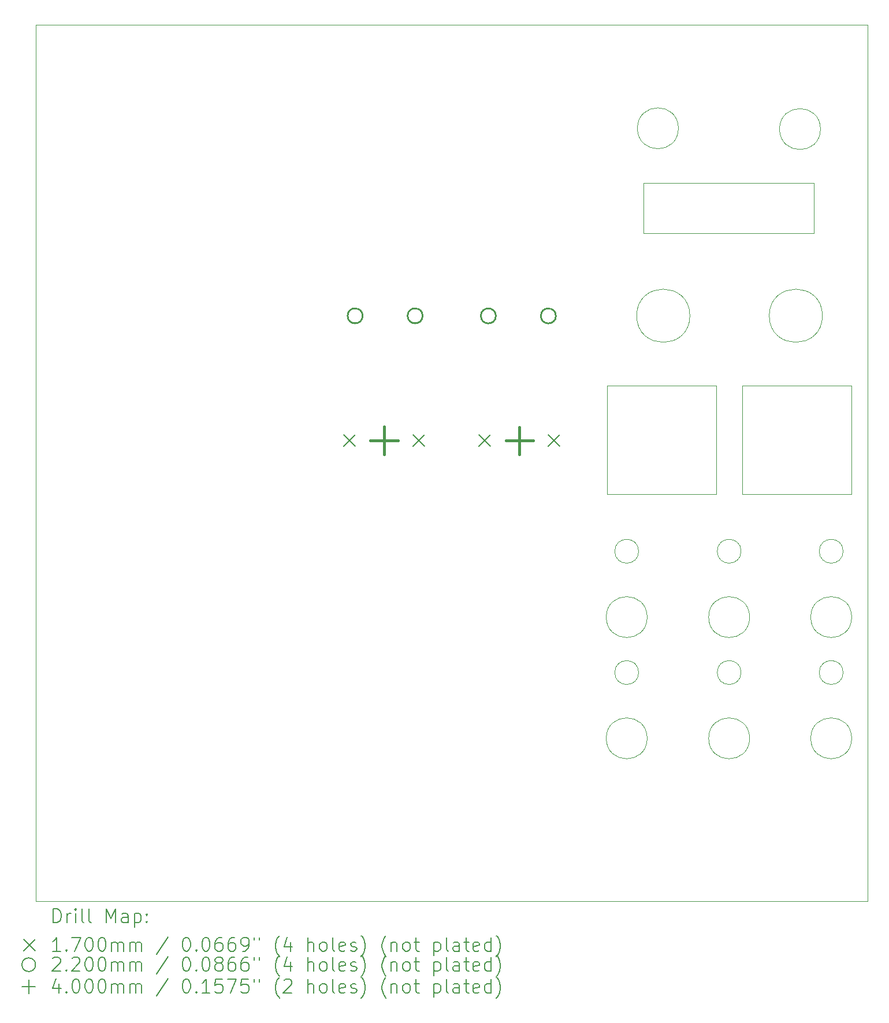
<source format=gbr>
%TF.GenerationSoftware,KiCad,Pcbnew,7.0.9*%
%TF.CreationDate,2023-11-28T17:00:07+01:00*%
%TF.ProjectId,euroPi-kicad,6575726f-5069-42d6-9b69-6361642e6b69,rev?*%
%TF.SameCoordinates,Original*%
%TF.FileFunction,Drillmap*%
%TF.FilePolarity,Positive*%
%FSLAX45Y45*%
G04 Gerber Fmt 4.5, Leading zero omitted, Abs format (unit mm)*
G04 Created by KiCad (PCBNEW 7.0.9) date 2023-11-28 17:00:07*
%MOMM*%
%LPD*%
G01*
G04 APERTURE LIST*
%ADD10C,0.100000*%
%ADD11C,0.200000*%
%ADD12C,0.170000*%
%ADD13C,0.220000*%
%ADD14C,0.400000*%
G04 APERTURE END LIST*
D10*
X16021580Y-11226800D02*
G75*
G03*
X16021580Y-11226800I-300000J0D01*
G01*
X14400520Y-12039600D02*
G75*
G03*
X14400520Y-12039600I-175000J0D01*
G01*
X12899380Y-10261080D02*
G75*
G03*
X12899380Y-10261080I-175000J0D01*
G01*
X13024380Y-13005080D02*
G75*
G03*
X13024380Y-13005080I-300000J0D01*
G01*
X14400520Y-10260800D02*
G75*
G03*
X14400520Y-10260800I-175000J0D01*
G01*
X14414500Y-7835900D02*
X16014700Y-7835900D01*
X16014700Y-9423400D01*
X14414500Y-9423400D01*
X14414500Y-7835900D01*
X13650320Y-6807200D02*
G75*
G03*
X13650320Y-6807200I-390000J0D01*
G01*
X15896580Y-10260800D02*
G75*
G03*
X15896580Y-10260800I-175000J0D01*
G01*
X12433300Y-7835900D02*
X14033500Y-7835900D01*
X14033500Y-9423400D01*
X12433300Y-9423400D01*
X12433300Y-7835900D01*
X15593420Y-6807200D02*
G75*
G03*
X15593420Y-6807200I-390000J0D01*
G01*
X14525520Y-11226800D02*
G75*
G03*
X14525520Y-11226800I-300000J0D01*
G01*
X13024380Y-11227080D02*
G75*
G03*
X13024380Y-11227080I-300000J0D01*
G01*
X16021580Y-13004800D02*
G75*
G03*
X16021580Y-13004800I-300000J0D01*
G01*
X15564380Y-4069600D02*
G75*
G03*
X15564380Y-4069600I-300000J0D01*
G01*
X14525520Y-13004800D02*
G75*
G03*
X14525520Y-13004800I-300000J0D01*
G01*
X13481580Y-4058400D02*
G75*
G03*
X13481580Y-4058400I-300000J0D01*
G01*
X15896580Y-12039600D02*
G75*
G03*
X15896580Y-12039600I-175000J0D01*
G01*
X12899380Y-12039880D02*
G75*
G03*
X12899380Y-12039880I-175000J0D01*
G01*
X12974320Y-4858600D02*
X15468600Y-4858600D01*
X15468600Y-5595200D01*
X12974320Y-5595200D01*
X12974320Y-4858600D01*
X4064000Y-2540000D02*
X16256000Y-2540000D01*
X16256000Y-15389860D01*
X4064000Y-15389860D01*
X4064000Y-2540000D01*
D11*
D12*
X8576400Y-8551000D02*
X8746400Y-8721000D01*
X8746400Y-8551000D02*
X8576400Y-8721000D01*
X9592400Y-8551000D02*
X9762400Y-8721000D01*
X9762400Y-8551000D02*
X9592400Y-8721000D01*
X10560140Y-8553540D02*
X10730140Y-8723540D01*
X10730140Y-8553540D02*
X10560140Y-8723540D01*
X11576140Y-8553540D02*
X11746140Y-8723540D01*
X11746140Y-8553540D02*
X11576140Y-8723540D01*
D13*
X8853265Y-6808700D02*
G75*
G03*
X8853265Y-6808700I-110000J0D01*
G01*
X9733265Y-6808700D02*
G75*
G03*
X9733265Y-6808700I-110000J0D01*
G01*
X10805940Y-6809740D02*
G75*
G03*
X10805940Y-6809740I-110000J0D01*
G01*
X11685940Y-6809740D02*
G75*
G03*
X11685940Y-6809740I-110000J0D01*
G01*
D14*
X9169400Y-8436000D02*
X9169400Y-8836000D01*
X8969400Y-8636000D02*
X9369400Y-8636000D01*
X11153140Y-8438540D02*
X11153140Y-8838540D01*
X10953140Y-8638540D02*
X11353140Y-8638540D01*
D11*
X4319777Y-15706344D02*
X4319777Y-15506344D01*
X4319777Y-15506344D02*
X4367396Y-15506344D01*
X4367396Y-15506344D02*
X4395967Y-15515868D01*
X4395967Y-15515868D02*
X4415015Y-15534915D01*
X4415015Y-15534915D02*
X4424539Y-15553963D01*
X4424539Y-15553963D02*
X4434063Y-15592058D01*
X4434063Y-15592058D02*
X4434063Y-15620629D01*
X4434063Y-15620629D02*
X4424539Y-15658725D01*
X4424539Y-15658725D02*
X4415015Y-15677772D01*
X4415015Y-15677772D02*
X4395967Y-15696820D01*
X4395967Y-15696820D02*
X4367396Y-15706344D01*
X4367396Y-15706344D02*
X4319777Y-15706344D01*
X4519777Y-15706344D02*
X4519777Y-15573010D01*
X4519777Y-15611106D02*
X4529301Y-15592058D01*
X4529301Y-15592058D02*
X4538824Y-15582534D01*
X4538824Y-15582534D02*
X4557872Y-15573010D01*
X4557872Y-15573010D02*
X4576920Y-15573010D01*
X4643586Y-15706344D02*
X4643586Y-15573010D01*
X4643586Y-15506344D02*
X4634063Y-15515868D01*
X4634063Y-15515868D02*
X4643586Y-15525391D01*
X4643586Y-15525391D02*
X4653110Y-15515868D01*
X4653110Y-15515868D02*
X4643586Y-15506344D01*
X4643586Y-15506344D02*
X4643586Y-15525391D01*
X4767396Y-15706344D02*
X4748348Y-15696820D01*
X4748348Y-15696820D02*
X4738824Y-15677772D01*
X4738824Y-15677772D02*
X4738824Y-15506344D01*
X4872158Y-15706344D02*
X4853110Y-15696820D01*
X4853110Y-15696820D02*
X4843586Y-15677772D01*
X4843586Y-15677772D02*
X4843586Y-15506344D01*
X5100729Y-15706344D02*
X5100729Y-15506344D01*
X5100729Y-15506344D02*
X5167396Y-15649201D01*
X5167396Y-15649201D02*
X5234063Y-15506344D01*
X5234063Y-15506344D02*
X5234063Y-15706344D01*
X5415015Y-15706344D02*
X5415015Y-15601582D01*
X5415015Y-15601582D02*
X5405491Y-15582534D01*
X5405491Y-15582534D02*
X5386444Y-15573010D01*
X5386444Y-15573010D02*
X5348348Y-15573010D01*
X5348348Y-15573010D02*
X5329301Y-15582534D01*
X5415015Y-15696820D02*
X5395967Y-15706344D01*
X5395967Y-15706344D02*
X5348348Y-15706344D01*
X5348348Y-15706344D02*
X5329301Y-15696820D01*
X5329301Y-15696820D02*
X5319777Y-15677772D01*
X5319777Y-15677772D02*
X5319777Y-15658725D01*
X5319777Y-15658725D02*
X5329301Y-15639677D01*
X5329301Y-15639677D02*
X5348348Y-15630153D01*
X5348348Y-15630153D02*
X5395967Y-15630153D01*
X5395967Y-15630153D02*
X5415015Y-15620629D01*
X5510253Y-15573010D02*
X5510253Y-15773010D01*
X5510253Y-15582534D02*
X5529301Y-15573010D01*
X5529301Y-15573010D02*
X5567396Y-15573010D01*
X5567396Y-15573010D02*
X5586444Y-15582534D01*
X5586444Y-15582534D02*
X5595967Y-15592058D01*
X5595967Y-15592058D02*
X5605491Y-15611106D01*
X5605491Y-15611106D02*
X5605491Y-15668248D01*
X5605491Y-15668248D02*
X5595967Y-15687296D01*
X5595967Y-15687296D02*
X5586444Y-15696820D01*
X5586444Y-15696820D02*
X5567396Y-15706344D01*
X5567396Y-15706344D02*
X5529301Y-15706344D01*
X5529301Y-15706344D02*
X5510253Y-15696820D01*
X5691205Y-15687296D02*
X5700729Y-15696820D01*
X5700729Y-15696820D02*
X5691205Y-15706344D01*
X5691205Y-15706344D02*
X5681682Y-15696820D01*
X5681682Y-15696820D02*
X5691205Y-15687296D01*
X5691205Y-15687296D02*
X5691205Y-15706344D01*
X5691205Y-15582534D02*
X5700729Y-15592058D01*
X5700729Y-15592058D02*
X5691205Y-15601582D01*
X5691205Y-15601582D02*
X5681682Y-15592058D01*
X5681682Y-15592058D02*
X5691205Y-15582534D01*
X5691205Y-15582534D02*
X5691205Y-15601582D01*
D12*
X3889000Y-15949860D02*
X4059000Y-16119860D01*
X4059000Y-15949860D02*
X3889000Y-16119860D01*
D11*
X4424539Y-16126344D02*
X4310253Y-16126344D01*
X4367396Y-16126344D02*
X4367396Y-15926344D01*
X4367396Y-15926344D02*
X4348348Y-15954915D01*
X4348348Y-15954915D02*
X4329301Y-15973963D01*
X4329301Y-15973963D02*
X4310253Y-15983487D01*
X4510253Y-16107296D02*
X4519777Y-16116820D01*
X4519777Y-16116820D02*
X4510253Y-16126344D01*
X4510253Y-16126344D02*
X4500729Y-16116820D01*
X4500729Y-16116820D02*
X4510253Y-16107296D01*
X4510253Y-16107296D02*
X4510253Y-16126344D01*
X4586444Y-15926344D02*
X4719777Y-15926344D01*
X4719777Y-15926344D02*
X4634063Y-16126344D01*
X4834063Y-15926344D02*
X4853110Y-15926344D01*
X4853110Y-15926344D02*
X4872158Y-15935868D01*
X4872158Y-15935868D02*
X4881682Y-15945391D01*
X4881682Y-15945391D02*
X4891205Y-15964439D01*
X4891205Y-15964439D02*
X4900729Y-16002534D01*
X4900729Y-16002534D02*
X4900729Y-16050153D01*
X4900729Y-16050153D02*
X4891205Y-16088248D01*
X4891205Y-16088248D02*
X4881682Y-16107296D01*
X4881682Y-16107296D02*
X4872158Y-16116820D01*
X4872158Y-16116820D02*
X4853110Y-16126344D01*
X4853110Y-16126344D02*
X4834063Y-16126344D01*
X4834063Y-16126344D02*
X4815015Y-16116820D01*
X4815015Y-16116820D02*
X4805491Y-16107296D01*
X4805491Y-16107296D02*
X4795967Y-16088248D01*
X4795967Y-16088248D02*
X4786444Y-16050153D01*
X4786444Y-16050153D02*
X4786444Y-16002534D01*
X4786444Y-16002534D02*
X4795967Y-15964439D01*
X4795967Y-15964439D02*
X4805491Y-15945391D01*
X4805491Y-15945391D02*
X4815015Y-15935868D01*
X4815015Y-15935868D02*
X4834063Y-15926344D01*
X5024539Y-15926344D02*
X5043586Y-15926344D01*
X5043586Y-15926344D02*
X5062634Y-15935868D01*
X5062634Y-15935868D02*
X5072158Y-15945391D01*
X5072158Y-15945391D02*
X5081682Y-15964439D01*
X5081682Y-15964439D02*
X5091205Y-16002534D01*
X5091205Y-16002534D02*
X5091205Y-16050153D01*
X5091205Y-16050153D02*
X5081682Y-16088248D01*
X5081682Y-16088248D02*
X5072158Y-16107296D01*
X5072158Y-16107296D02*
X5062634Y-16116820D01*
X5062634Y-16116820D02*
X5043586Y-16126344D01*
X5043586Y-16126344D02*
X5024539Y-16126344D01*
X5024539Y-16126344D02*
X5005491Y-16116820D01*
X5005491Y-16116820D02*
X4995967Y-16107296D01*
X4995967Y-16107296D02*
X4986444Y-16088248D01*
X4986444Y-16088248D02*
X4976920Y-16050153D01*
X4976920Y-16050153D02*
X4976920Y-16002534D01*
X4976920Y-16002534D02*
X4986444Y-15964439D01*
X4986444Y-15964439D02*
X4995967Y-15945391D01*
X4995967Y-15945391D02*
X5005491Y-15935868D01*
X5005491Y-15935868D02*
X5024539Y-15926344D01*
X5176920Y-16126344D02*
X5176920Y-15993010D01*
X5176920Y-16012058D02*
X5186444Y-16002534D01*
X5186444Y-16002534D02*
X5205491Y-15993010D01*
X5205491Y-15993010D02*
X5234063Y-15993010D01*
X5234063Y-15993010D02*
X5253110Y-16002534D01*
X5253110Y-16002534D02*
X5262634Y-16021582D01*
X5262634Y-16021582D02*
X5262634Y-16126344D01*
X5262634Y-16021582D02*
X5272158Y-16002534D01*
X5272158Y-16002534D02*
X5291205Y-15993010D01*
X5291205Y-15993010D02*
X5319777Y-15993010D01*
X5319777Y-15993010D02*
X5338825Y-16002534D01*
X5338825Y-16002534D02*
X5348348Y-16021582D01*
X5348348Y-16021582D02*
X5348348Y-16126344D01*
X5443586Y-16126344D02*
X5443586Y-15993010D01*
X5443586Y-16012058D02*
X5453110Y-16002534D01*
X5453110Y-16002534D02*
X5472158Y-15993010D01*
X5472158Y-15993010D02*
X5500729Y-15993010D01*
X5500729Y-15993010D02*
X5519777Y-16002534D01*
X5519777Y-16002534D02*
X5529301Y-16021582D01*
X5529301Y-16021582D02*
X5529301Y-16126344D01*
X5529301Y-16021582D02*
X5538825Y-16002534D01*
X5538825Y-16002534D02*
X5557872Y-15993010D01*
X5557872Y-15993010D02*
X5586444Y-15993010D01*
X5586444Y-15993010D02*
X5605491Y-16002534D01*
X5605491Y-16002534D02*
X5615015Y-16021582D01*
X5615015Y-16021582D02*
X5615015Y-16126344D01*
X6005491Y-15916820D02*
X5834063Y-16173963D01*
X6262634Y-15926344D02*
X6281682Y-15926344D01*
X6281682Y-15926344D02*
X6300729Y-15935868D01*
X6300729Y-15935868D02*
X6310253Y-15945391D01*
X6310253Y-15945391D02*
X6319777Y-15964439D01*
X6319777Y-15964439D02*
X6329301Y-16002534D01*
X6329301Y-16002534D02*
X6329301Y-16050153D01*
X6329301Y-16050153D02*
X6319777Y-16088248D01*
X6319777Y-16088248D02*
X6310253Y-16107296D01*
X6310253Y-16107296D02*
X6300729Y-16116820D01*
X6300729Y-16116820D02*
X6281682Y-16126344D01*
X6281682Y-16126344D02*
X6262634Y-16126344D01*
X6262634Y-16126344D02*
X6243586Y-16116820D01*
X6243586Y-16116820D02*
X6234063Y-16107296D01*
X6234063Y-16107296D02*
X6224539Y-16088248D01*
X6224539Y-16088248D02*
X6215015Y-16050153D01*
X6215015Y-16050153D02*
X6215015Y-16002534D01*
X6215015Y-16002534D02*
X6224539Y-15964439D01*
X6224539Y-15964439D02*
X6234063Y-15945391D01*
X6234063Y-15945391D02*
X6243586Y-15935868D01*
X6243586Y-15935868D02*
X6262634Y-15926344D01*
X6415015Y-16107296D02*
X6424539Y-16116820D01*
X6424539Y-16116820D02*
X6415015Y-16126344D01*
X6415015Y-16126344D02*
X6405491Y-16116820D01*
X6405491Y-16116820D02*
X6415015Y-16107296D01*
X6415015Y-16107296D02*
X6415015Y-16126344D01*
X6548348Y-15926344D02*
X6567396Y-15926344D01*
X6567396Y-15926344D02*
X6586444Y-15935868D01*
X6586444Y-15935868D02*
X6595967Y-15945391D01*
X6595967Y-15945391D02*
X6605491Y-15964439D01*
X6605491Y-15964439D02*
X6615015Y-16002534D01*
X6615015Y-16002534D02*
X6615015Y-16050153D01*
X6615015Y-16050153D02*
X6605491Y-16088248D01*
X6605491Y-16088248D02*
X6595967Y-16107296D01*
X6595967Y-16107296D02*
X6586444Y-16116820D01*
X6586444Y-16116820D02*
X6567396Y-16126344D01*
X6567396Y-16126344D02*
X6548348Y-16126344D01*
X6548348Y-16126344D02*
X6529301Y-16116820D01*
X6529301Y-16116820D02*
X6519777Y-16107296D01*
X6519777Y-16107296D02*
X6510253Y-16088248D01*
X6510253Y-16088248D02*
X6500729Y-16050153D01*
X6500729Y-16050153D02*
X6500729Y-16002534D01*
X6500729Y-16002534D02*
X6510253Y-15964439D01*
X6510253Y-15964439D02*
X6519777Y-15945391D01*
X6519777Y-15945391D02*
X6529301Y-15935868D01*
X6529301Y-15935868D02*
X6548348Y-15926344D01*
X6786444Y-15926344D02*
X6748348Y-15926344D01*
X6748348Y-15926344D02*
X6729301Y-15935868D01*
X6729301Y-15935868D02*
X6719777Y-15945391D01*
X6719777Y-15945391D02*
X6700729Y-15973963D01*
X6700729Y-15973963D02*
X6691206Y-16012058D01*
X6691206Y-16012058D02*
X6691206Y-16088248D01*
X6691206Y-16088248D02*
X6700729Y-16107296D01*
X6700729Y-16107296D02*
X6710253Y-16116820D01*
X6710253Y-16116820D02*
X6729301Y-16126344D01*
X6729301Y-16126344D02*
X6767396Y-16126344D01*
X6767396Y-16126344D02*
X6786444Y-16116820D01*
X6786444Y-16116820D02*
X6795967Y-16107296D01*
X6795967Y-16107296D02*
X6805491Y-16088248D01*
X6805491Y-16088248D02*
X6805491Y-16040629D01*
X6805491Y-16040629D02*
X6795967Y-16021582D01*
X6795967Y-16021582D02*
X6786444Y-16012058D01*
X6786444Y-16012058D02*
X6767396Y-16002534D01*
X6767396Y-16002534D02*
X6729301Y-16002534D01*
X6729301Y-16002534D02*
X6710253Y-16012058D01*
X6710253Y-16012058D02*
X6700729Y-16021582D01*
X6700729Y-16021582D02*
X6691206Y-16040629D01*
X6976920Y-15926344D02*
X6938825Y-15926344D01*
X6938825Y-15926344D02*
X6919777Y-15935868D01*
X6919777Y-15935868D02*
X6910253Y-15945391D01*
X6910253Y-15945391D02*
X6891206Y-15973963D01*
X6891206Y-15973963D02*
X6881682Y-16012058D01*
X6881682Y-16012058D02*
X6881682Y-16088248D01*
X6881682Y-16088248D02*
X6891206Y-16107296D01*
X6891206Y-16107296D02*
X6900729Y-16116820D01*
X6900729Y-16116820D02*
X6919777Y-16126344D01*
X6919777Y-16126344D02*
X6957872Y-16126344D01*
X6957872Y-16126344D02*
X6976920Y-16116820D01*
X6976920Y-16116820D02*
X6986444Y-16107296D01*
X6986444Y-16107296D02*
X6995967Y-16088248D01*
X6995967Y-16088248D02*
X6995967Y-16040629D01*
X6995967Y-16040629D02*
X6986444Y-16021582D01*
X6986444Y-16021582D02*
X6976920Y-16012058D01*
X6976920Y-16012058D02*
X6957872Y-16002534D01*
X6957872Y-16002534D02*
X6919777Y-16002534D01*
X6919777Y-16002534D02*
X6900729Y-16012058D01*
X6900729Y-16012058D02*
X6891206Y-16021582D01*
X6891206Y-16021582D02*
X6881682Y-16040629D01*
X7091206Y-16126344D02*
X7129301Y-16126344D01*
X7129301Y-16126344D02*
X7148348Y-16116820D01*
X7148348Y-16116820D02*
X7157872Y-16107296D01*
X7157872Y-16107296D02*
X7176920Y-16078725D01*
X7176920Y-16078725D02*
X7186444Y-16040629D01*
X7186444Y-16040629D02*
X7186444Y-15964439D01*
X7186444Y-15964439D02*
X7176920Y-15945391D01*
X7176920Y-15945391D02*
X7167396Y-15935868D01*
X7167396Y-15935868D02*
X7148348Y-15926344D01*
X7148348Y-15926344D02*
X7110253Y-15926344D01*
X7110253Y-15926344D02*
X7091206Y-15935868D01*
X7091206Y-15935868D02*
X7081682Y-15945391D01*
X7081682Y-15945391D02*
X7072158Y-15964439D01*
X7072158Y-15964439D02*
X7072158Y-16012058D01*
X7072158Y-16012058D02*
X7081682Y-16031106D01*
X7081682Y-16031106D02*
X7091206Y-16040629D01*
X7091206Y-16040629D02*
X7110253Y-16050153D01*
X7110253Y-16050153D02*
X7148348Y-16050153D01*
X7148348Y-16050153D02*
X7167396Y-16040629D01*
X7167396Y-16040629D02*
X7176920Y-16031106D01*
X7176920Y-16031106D02*
X7186444Y-16012058D01*
X7262634Y-15926344D02*
X7262634Y-15964439D01*
X7338825Y-15926344D02*
X7338825Y-15964439D01*
X7634063Y-16202534D02*
X7624539Y-16193010D01*
X7624539Y-16193010D02*
X7605491Y-16164439D01*
X7605491Y-16164439D02*
X7595968Y-16145391D01*
X7595968Y-16145391D02*
X7586444Y-16116820D01*
X7586444Y-16116820D02*
X7576920Y-16069201D01*
X7576920Y-16069201D02*
X7576920Y-16031106D01*
X7576920Y-16031106D02*
X7586444Y-15983487D01*
X7586444Y-15983487D02*
X7595968Y-15954915D01*
X7595968Y-15954915D02*
X7605491Y-15935868D01*
X7605491Y-15935868D02*
X7624539Y-15907296D01*
X7624539Y-15907296D02*
X7634063Y-15897772D01*
X7795968Y-15993010D02*
X7795968Y-16126344D01*
X7748348Y-15916820D02*
X7700729Y-16059677D01*
X7700729Y-16059677D02*
X7824539Y-16059677D01*
X8053110Y-16126344D02*
X8053110Y-15926344D01*
X8138825Y-16126344D02*
X8138825Y-16021582D01*
X8138825Y-16021582D02*
X8129301Y-16002534D01*
X8129301Y-16002534D02*
X8110253Y-15993010D01*
X8110253Y-15993010D02*
X8081682Y-15993010D01*
X8081682Y-15993010D02*
X8062634Y-16002534D01*
X8062634Y-16002534D02*
X8053110Y-16012058D01*
X8262634Y-16126344D02*
X8243587Y-16116820D01*
X8243587Y-16116820D02*
X8234063Y-16107296D01*
X8234063Y-16107296D02*
X8224539Y-16088248D01*
X8224539Y-16088248D02*
X8224539Y-16031106D01*
X8224539Y-16031106D02*
X8234063Y-16012058D01*
X8234063Y-16012058D02*
X8243587Y-16002534D01*
X8243587Y-16002534D02*
X8262634Y-15993010D01*
X8262634Y-15993010D02*
X8291206Y-15993010D01*
X8291206Y-15993010D02*
X8310253Y-16002534D01*
X8310253Y-16002534D02*
X8319777Y-16012058D01*
X8319777Y-16012058D02*
X8329301Y-16031106D01*
X8329301Y-16031106D02*
X8329301Y-16088248D01*
X8329301Y-16088248D02*
X8319777Y-16107296D01*
X8319777Y-16107296D02*
X8310253Y-16116820D01*
X8310253Y-16116820D02*
X8291206Y-16126344D01*
X8291206Y-16126344D02*
X8262634Y-16126344D01*
X8443587Y-16126344D02*
X8424539Y-16116820D01*
X8424539Y-16116820D02*
X8415015Y-16097772D01*
X8415015Y-16097772D02*
X8415015Y-15926344D01*
X8595968Y-16116820D02*
X8576920Y-16126344D01*
X8576920Y-16126344D02*
X8538825Y-16126344D01*
X8538825Y-16126344D02*
X8519777Y-16116820D01*
X8519777Y-16116820D02*
X8510253Y-16097772D01*
X8510253Y-16097772D02*
X8510253Y-16021582D01*
X8510253Y-16021582D02*
X8519777Y-16002534D01*
X8519777Y-16002534D02*
X8538825Y-15993010D01*
X8538825Y-15993010D02*
X8576920Y-15993010D01*
X8576920Y-15993010D02*
X8595968Y-16002534D01*
X8595968Y-16002534D02*
X8605492Y-16021582D01*
X8605492Y-16021582D02*
X8605492Y-16040629D01*
X8605492Y-16040629D02*
X8510253Y-16059677D01*
X8681682Y-16116820D02*
X8700730Y-16126344D01*
X8700730Y-16126344D02*
X8738825Y-16126344D01*
X8738825Y-16126344D02*
X8757873Y-16116820D01*
X8757873Y-16116820D02*
X8767396Y-16097772D01*
X8767396Y-16097772D02*
X8767396Y-16088248D01*
X8767396Y-16088248D02*
X8757873Y-16069201D01*
X8757873Y-16069201D02*
X8738825Y-16059677D01*
X8738825Y-16059677D02*
X8710253Y-16059677D01*
X8710253Y-16059677D02*
X8691206Y-16050153D01*
X8691206Y-16050153D02*
X8681682Y-16031106D01*
X8681682Y-16031106D02*
X8681682Y-16021582D01*
X8681682Y-16021582D02*
X8691206Y-16002534D01*
X8691206Y-16002534D02*
X8710253Y-15993010D01*
X8710253Y-15993010D02*
X8738825Y-15993010D01*
X8738825Y-15993010D02*
X8757873Y-16002534D01*
X8834063Y-16202534D02*
X8843587Y-16193010D01*
X8843587Y-16193010D02*
X8862634Y-16164439D01*
X8862634Y-16164439D02*
X8872158Y-16145391D01*
X8872158Y-16145391D02*
X8881682Y-16116820D01*
X8881682Y-16116820D02*
X8891206Y-16069201D01*
X8891206Y-16069201D02*
X8891206Y-16031106D01*
X8891206Y-16031106D02*
X8881682Y-15983487D01*
X8881682Y-15983487D02*
X8872158Y-15954915D01*
X8872158Y-15954915D02*
X8862634Y-15935868D01*
X8862634Y-15935868D02*
X8843587Y-15907296D01*
X8843587Y-15907296D02*
X8834063Y-15897772D01*
X9195968Y-16202534D02*
X9186444Y-16193010D01*
X9186444Y-16193010D02*
X9167396Y-16164439D01*
X9167396Y-16164439D02*
X9157873Y-16145391D01*
X9157873Y-16145391D02*
X9148349Y-16116820D01*
X9148349Y-16116820D02*
X9138825Y-16069201D01*
X9138825Y-16069201D02*
X9138825Y-16031106D01*
X9138825Y-16031106D02*
X9148349Y-15983487D01*
X9148349Y-15983487D02*
X9157873Y-15954915D01*
X9157873Y-15954915D02*
X9167396Y-15935868D01*
X9167396Y-15935868D02*
X9186444Y-15907296D01*
X9186444Y-15907296D02*
X9195968Y-15897772D01*
X9272158Y-15993010D02*
X9272158Y-16126344D01*
X9272158Y-16012058D02*
X9281682Y-16002534D01*
X9281682Y-16002534D02*
X9300730Y-15993010D01*
X9300730Y-15993010D02*
X9329301Y-15993010D01*
X9329301Y-15993010D02*
X9348349Y-16002534D01*
X9348349Y-16002534D02*
X9357873Y-16021582D01*
X9357873Y-16021582D02*
X9357873Y-16126344D01*
X9481682Y-16126344D02*
X9462634Y-16116820D01*
X9462634Y-16116820D02*
X9453111Y-16107296D01*
X9453111Y-16107296D02*
X9443587Y-16088248D01*
X9443587Y-16088248D02*
X9443587Y-16031106D01*
X9443587Y-16031106D02*
X9453111Y-16012058D01*
X9453111Y-16012058D02*
X9462634Y-16002534D01*
X9462634Y-16002534D02*
X9481682Y-15993010D01*
X9481682Y-15993010D02*
X9510254Y-15993010D01*
X9510254Y-15993010D02*
X9529301Y-16002534D01*
X9529301Y-16002534D02*
X9538825Y-16012058D01*
X9538825Y-16012058D02*
X9548349Y-16031106D01*
X9548349Y-16031106D02*
X9548349Y-16088248D01*
X9548349Y-16088248D02*
X9538825Y-16107296D01*
X9538825Y-16107296D02*
X9529301Y-16116820D01*
X9529301Y-16116820D02*
X9510254Y-16126344D01*
X9510254Y-16126344D02*
X9481682Y-16126344D01*
X9605492Y-15993010D02*
X9681682Y-15993010D01*
X9634063Y-15926344D02*
X9634063Y-16097772D01*
X9634063Y-16097772D02*
X9643587Y-16116820D01*
X9643587Y-16116820D02*
X9662634Y-16126344D01*
X9662634Y-16126344D02*
X9681682Y-16126344D01*
X9900730Y-15993010D02*
X9900730Y-16193010D01*
X9900730Y-16002534D02*
X9919777Y-15993010D01*
X9919777Y-15993010D02*
X9957873Y-15993010D01*
X9957873Y-15993010D02*
X9976920Y-16002534D01*
X9976920Y-16002534D02*
X9986444Y-16012058D01*
X9986444Y-16012058D02*
X9995968Y-16031106D01*
X9995968Y-16031106D02*
X9995968Y-16088248D01*
X9995968Y-16088248D02*
X9986444Y-16107296D01*
X9986444Y-16107296D02*
X9976920Y-16116820D01*
X9976920Y-16116820D02*
X9957873Y-16126344D01*
X9957873Y-16126344D02*
X9919777Y-16126344D01*
X9919777Y-16126344D02*
X9900730Y-16116820D01*
X10110254Y-16126344D02*
X10091206Y-16116820D01*
X10091206Y-16116820D02*
X10081682Y-16097772D01*
X10081682Y-16097772D02*
X10081682Y-15926344D01*
X10272158Y-16126344D02*
X10272158Y-16021582D01*
X10272158Y-16021582D02*
X10262635Y-16002534D01*
X10262635Y-16002534D02*
X10243587Y-15993010D01*
X10243587Y-15993010D02*
X10205492Y-15993010D01*
X10205492Y-15993010D02*
X10186444Y-16002534D01*
X10272158Y-16116820D02*
X10253111Y-16126344D01*
X10253111Y-16126344D02*
X10205492Y-16126344D01*
X10205492Y-16126344D02*
X10186444Y-16116820D01*
X10186444Y-16116820D02*
X10176920Y-16097772D01*
X10176920Y-16097772D02*
X10176920Y-16078725D01*
X10176920Y-16078725D02*
X10186444Y-16059677D01*
X10186444Y-16059677D02*
X10205492Y-16050153D01*
X10205492Y-16050153D02*
X10253111Y-16050153D01*
X10253111Y-16050153D02*
X10272158Y-16040629D01*
X10338825Y-15993010D02*
X10415015Y-15993010D01*
X10367396Y-15926344D02*
X10367396Y-16097772D01*
X10367396Y-16097772D02*
X10376920Y-16116820D01*
X10376920Y-16116820D02*
X10395968Y-16126344D01*
X10395968Y-16126344D02*
X10415015Y-16126344D01*
X10557873Y-16116820D02*
X10538825Y-16126344D01*
X10538825Y-16126344D02*
X10500730Y-16126344D01*
X10500730Y-16126344D02*
X10481682Y-16116820D01*
X10481682Y-16116820D02*
X10472158Y-16097772D01*
X10472158Y-16097772D02*
X10472158Y-16021582D01*
X10472158Y-16021582D02*
X10481682Y-16002534D01*
X10481682Y-16002534D02*
X10500730Y-15993010D01*
X10500730Y-15993010D02*
X10538825Y-15993010D01*
X10538825Y-15993010D02*
X10557873Y-16002534D01*
X10557873Y-16002534D02*
X10567396Y-16021582D01*
X10567396Y-16021582D02*
X10567396Y-16040629D01*
X10567396Y-16040629D02*
X10472158Y-16059677D01*
X10738825Y-16126344D02*
X10738825Y-15926344D01*
X10738825Y-16116820D02*
X10719777Y-16126344D01*
X10719777Y-16126344D02*
X10681682Y-16126344D01*
X10681682Y-16126344D02*
X10662635Y-16116820D01*
X10662635Y-16116820D02*
X10653111Y-16107296D01*
X10653111Y-16107296D02*
X10643587Y-16088248D01*
X10643587Y-16088248D02*
X10643587Y-16031106D01*
X10643587Y-16031106D02*
X10653111Y-16012058D01*
X10653111Y-16012058D02*
X10662635Y-16002534D01*
X10662635Y-16002534D02*
X10681682Y-15993010D01*
X10681682Y-15993010D02*
X10719777Y-15993010D01*
X10719777Y-15993010D02*
X10738825Y-16002534D01*
X10815016Y-16202534D02*
X10824539Y-16193010D01*
X10824539Y-16193010D02*
X10843587Y-16164439D01*
X10843587Y-16164439D02*
X10853111Y-16145391D01*
X10853111Y-16145391D02*
X10862635Y-16116820D01*
X10862635Y-16116820D02*
X10872158Y-16069201D01*
X10872158Y-16069201D02*
X10872158Y-16031106D01*
X10872158Y-16031106D02*
X10862635Y-15983487D01*
X10862635Y-15983487D02*
X10853111Y-15954915D01*
X10853111Y-15954915D02*
X10843587Y-15935868D01*
X10843587Y-15935868D02*
X10824539Y-15907296D01*
X10824539Y-15907296D02*
X10815016Y-15897772D01*
X4059000Y-16324860D02*
G75*
G03*
X4059000Y-16324860I-100000J0D01*
G01*
X4310253Y-16235391D02*
X4319777Y-16225868D01*
X4319777Y-16225868D02*
X4338824Y-16216344D01*
X4338824Y-16216344D02*
X4386444Y-16216344D01*
X4386444Y-16216344D02*
X4405491Y-16225868D01*
X4405491Y-16225868D02*
X4415015Y-16235391D01*
X4415015Y-16235391D02*
X4424539Y-16254439D01*
X4424539Y-16254439D02*
X4424539Y-16273487D01*
X4424539Y-16273487D02*
X4415015Y-16302058D01*
X4415015Y-16302058D02*
X4300729Y-16416344D01*
X4300729Y-16416344D02*
X4424539Y-16416344D01*
X4510253Y-16397296D02*
X4519777Y-16406820D01*
X4519777Y-16406820D02*
X4510253Y-16416344D01*
X4510253Y-16416344D02*
X4500729Y-16406820D01*
X4500729Y-16406820D02*
X4510253Y-16397296D01*
X4510253Y-16397296D02*
X4510253Y-16416344D01*
X4595967Y-16235391D02*
X4605491Y-16225868D01*
X4605491Y-16225868D02*
X4624539Y-16216344D01*
X4624539Y-16216344D02*
X4672158Y-16216344D01*
X4672158Y-16216344D02*
X4691205Y-16225868D01*
X4691205Y-16225868D02*
X4700729Y-16235391D01*
X4700729Y-16235391D02*
X4710253Y-16254439D01*
X4710253Y-16254439D02*
X4710253Y-16273487D01*
X4710253Y-16273487D02*
X4700729Y-16302058D01*
X4700729Y-16302058D02*
X4586444Y-16416344D01*
X4586444Y-16416344D02*
X4710253Y-16416344D01*
X4834063Y-16216344D02*
X4853110Y-16216344D01*
X4853110Y-16216344D02*
X4872158Y-16225868D01*
X4872158Y-16225868D02*
X4881682Y-16235391D01*
X4881682Y-16235391D02*
X4891205Y-16254439D01*
X4891205Y-16254439D02*
X4900729Y-16292534D01*
X4900729Y-16292534D02*
X4900729Y-16340153D01*
X4900729Y-16340153D02*
X4891205Y-16378248D01*
X4891205Y-16378248D02*
X4881682Y-16397296D01*
X4881682Y-16397296D02*
X4872158Y-16406820D01*
X4872158Y-16406820D02*
X4853110Y-16416344D01*
X4853110Y-16416344D02*
X4834063Y-16416344D01*
X4834063Y-16416344D02*
X4815015Y-16406820D01*
X4815015Y-16406820D02*
X4805491Y-16397296D01*
X4805491Y-16397296D02*
X4795967Y-16378248D01*
X4795967Y-16378248D02*
X4786444Y-16340153D01*
X4786444Y-16340153D02*
X4786444Y-16292534D01*
X4786444Y-16292534D02*
X4795967Y-16254439D01*
X4795967Y-16254439D02*
X4805491Y-16235391D01*
X4805491Y-16235391D02*
X4815015Y-16225868D01*
X4815015Y-16225868D02*
X4834063Y-16216344D01*
X5024539Y-16216344D02*
X5043586Y-16216344D01*
X5043586Y-16216344D02*
X5062634Y-16225868D01*
X5062634Y-16225868D02*
X5072158Y-16235391D01*
X5072158Y-16235391D02*
X5081682Y-16254439D01*
X5081682Y-16254439D02*
X5091205Y-16292534D01*
X5091205Y-16292534D02*
X5091205Y-16340153D01*
X5091205Y-16340153D02*
X5081682Y-16378248D01*
X5081682Y-16378248D02*
X5072158Y-16397296D01*
X5072158Y-16397296D02*
X5062634Y-16406820D01*
X5062634Y-16406820D02*
X5043586Y-16416344D01*
X5043586Y-16416344D02*
X5024539Y-16416344D01*
X5024539Y-16416344D02*
X5005491Y-16406820D01*
X5005491Y-16406820D02*
X4995967Y-16397296D01*
X4995967Y-16397296D02*
X4986444Y-16378248D01*
X4986444Y-16378248D02*
X4976920Y-16340153D01*
X4976920Y-16340153D02*
X4976920Y-16292534D01*
X4976920Y-16292534D02*
X4986444Y-16254439D01*
X4986444Y-16254439D02*
X4995967Y-16235391D01*
X4995967Y-16235391D02*
X5005491Y-16225868D01*
X5005491Y-16225868D02*
X5024539Y-16216344D01*
X5176920Y-16416344D02*
X5176920Y-16283010D01*
X5176920Y-16302058D02*
X5186444Y-16292534D01*
X5186444Y-16292534D02*
X5205491Y-16283010D01*
X5205491Y-16283010D02*
X5234063Y-16283010D01*
X5234063Y-16283010D02*
X5253110Y-16292534D01*
X5253110Y-16292534D02*
X5262634Y-16311582D01*
X5262634Y-16311582D02*
X5262634Y-16416344D01*
X5262634Y-16311582D02*
X5272158Y-16292534D01*
X5272158Y-16292534D02*
X5291205Y-16283010D01*
X5291205Y-16283010D02*
X5319777Y-16283010D01*
X5319777Y-16283010D02*
X5338825Y-16292534D01*
X5338825Y-16292534D02*
X5348348Y-16311582D01*
X5348348Y-16311582D02*
X5348348Y-16416344D01*
X5443586Y-16416344D02*
X5443586Y-16283010D01*
X5443586Y-16302058D02*
X5453110Y-16292534D01*
X5453110Y-16292534D02*
X5472158Y-16283010D01*
X5472158Y-16283010D02*
X5500729Y-16283010D01*
X5500729Y-16283010D02*
X5519777Y-16292534D01*
X5519777Y-16292534D02*
X5529301Y-16311582D01*
X5529301Y-16311582D02*
X5529301Y-16416344D01*
X5529301Y-16311582D02*
X5538825Y-16292534D01*
X5538825Y-16292534D02*
X5557872Y-16283010D01*
X5557872Y-16283010D02*
X5586444Y-16283010D01*
X5586444Y-16283010D02*
X5605491Y-16292534D01*
X5605491Y-16292534D02*
X5615015Y-16311582D01*
X5615015Y-16311582D02*
X5615015Y-16416344D01*
X6005491Y-16206820D02*
X5834063Y-16463963D01*
X6262634Y-16216344D02*
X6281682Y-16216344D01*
X6281682Y-16216344D02*
X6300729Y-16225868D01*
X6300729Y-16225868D02*
X6310253Y-16235391D01*
X6310253Y-16235391D02*
X6319777Y-16254439D01*
X6319777Y-16254439D02*
X6329301Y-16292534D01*
X6329301Y-16292534D02*
X6329301Y-16340153D01*
X6329301Y-16340153D02*
X6319777Y-16378248D01*
X6319777Y-16378248D02*
X6310253Y-16397296D01*
X6310253Y-16397296D02*
X6300729Y-16406820D01*
X6300729Y-16406820D02*
X6281682Y-16416344D01*
X6281682Y-16416344D02*
X6262634Y-16416344D01*
X6262634Y-16416344D02*
X6243586Y-16406820D01*
X6243586Y-16406820D02*
X6234063Y-16397296D01*
X6234063Y-16397296D02*
X6224539Y-16378248D01*
X6224539Y-16378248D02*
X6215015Y-16340153D01*
X6215015Y-16340153D02*
X6215015Y-16292534D01*
X6215015Y-16292534D02*
X6224539Y-16254439D01*
X6224539Y-16254439D02*
X6234063Y-16235391D01*
X6234063Y-16235391D02*
X6243586Y-16225868D01*
X6243586Y-16225868D02*
X6262634Y-16216344D01*
X6415015Y-16397296D02*
X6424539Y-16406820D01*
X6424539Y-16406820D02*
X6415015Y-16416344D01*
X6415015Y-16416344D02*
X6405491Y-16406820D01*
X6405491Y-16406820D02*
X6415015Y-16397296D01*
X6415015Y-16397296D02*
X6415015Y-16416344D01*
X6548348Y-16216344D02*
X6567396Y-16216344D01*
X6567396Y-16216344D02*
X6586444Y-16225868D01*
X6586444Y-16225868D02*
X6595967Y-16235391D01*
X6595967Y-16235391D02*
X6605491Y-16254439D01*
X6605491Y-16254439D02*
X6615015Y-16292534D01*
X6615015Y-16292534D02*
X6615015Y-16340153D01*
X6615015Y-16340153D02*
X6605491Y-16378248D01*
X6605491Y-16378248D02*
X6595967Y-16397296D01*
X6595967Y-16397296D02*
X6586444Y-16406820D01*
X6586444Y-16406820D02*
X6567396Y-16416344D01*
X6567396Y-16416344D02*
X6548348Y-16416344D01*
X6548348Y-16416344D02*
X6529301Y-16406820D01*
X6529301Y-16406820D02*
X6519777Y-16397296D01*
X6519777Y-16397296D02*
X6510253Y-16378248D01*
X6510253Y-16378248D02*
X6500729Y-16340153D01*
X6500729Y-16340153D02*
X6500729Y-16292534D01*
X6500729Y-16292534D02*
X6510253Y-16254439D01*
X6510253Y-16254439D02*
X6519777Y-16235391D01*
X6519777Y-16235391D02*
X6529301Y-16225868D01*
X6529301Y-16225868D02*
X6548348Y-16216344D01*
X6729301Y-16302058D02*
X6710253Y-16292534D01*
X6710253Y-16292534D02*
X6700729Y-16283010D01*
X6700729Y-16283010D02*
X6691206Y-16263963D01*
X6691206Y-16263963D02*
X6691206Y-16254439D01*
X6691206Y-16254439D02*
X6700729Y-16235391D01*
X6700729Y-16235391D02*
X6710253Y-16225868D01*
X6710253Y-16225868D02*
X6729301Y-16216344D01*
X6729301Y-16216344D02*
X6767396Y-16216344D01*
X6767396Y-16216344D02*
X6786444Y-16225868D01*
X6786444Y-16225868D02*
X6795967Y-16235391D01*
X6795967Y-16235391D02*
X6805491Y-16254439D01*
X6805491Y-16254439D02*
X6805491Y-16263963D01*
X6805491Y-16263963D02*
X6795967Y-16283010D01*
X6795967Y-16283010D02*
X6786444Y-16292534D01*
X6786444Y-16292534D02*
X6767396Y-16302058D01*
X6767396Y-16302058D02*
X6729301Y-16302058D01*
X6729301Y-16302058D02*
X6710253Y-16311582D01*
X6710253Y-16311582D02*
X6700729Y-16321106D01*
X6700729Y-16321106D02*
X6691206Y-16340153D01*
X6691206Y-16340153D02*
X6691206Y-16378248D01*
X6691206Y-16378248D02*
X6700729Y-16397296D01*
X6700729Y-16397296D02*
X6710253Y-16406820D01*
X6710253Y-16406820D02*
X6729301Y-16416344D01*
X6729301Y-16416344D02*
X6767396Y-16416344D01*
X6767396Y-16416344D02*
X6786444Y-16406820D01*
X6786444Y-16406820D02*
X6795967Y-16397296D01*
X6795967Y-16397296D02*
X6805491Y-16378248D01*
X6805491Y-16378248D02*
X6805491Y-16340153D01*
X6805491Y-16340153D02*
X6795967Y-16321106D01*
X6795967Y-16321106D02*
X6786444Y-16311582D01*
X6786444Y-16311582D02*
X6767396Y-16302058D01*
X6976920Y-16216344D02*
X6938825Y-16216344D01*
X6938825Y-16216344D02*
X6919777Y-16225868D01*
X6919777Y-16225868D02*
X6910253Y-16235391D01*
X6910253Y-16235391D02*
X6891206Y-16263963D01*
X6891206Y-16263963D02*
X6881682Y-16302058D01*
X6881682Y-16302058D02*
X6881682Y-16378248D01*
X6881682Y-16378248D02*
X6891206Y-16397296D01*
X6891206Y-16397296D02*
X6900729Y-16406820D01*
X6900729Y-16406820D02*
X6919777Y-16416344D01*
X6919777Y-16416344D02*
X6957872Y-16416344D01*
X6957872Y-16416344D02*
X6976920Y-16406820D01*
X6976920Y-16406820D02*
X6986444Y-16397296D01*
X6986444Y-16397296D02*
X6995967Y-16378248D01*
X6995967Y-16378248D02*
X6995967Y-16330629D01*
X6995967Y-16330629D02*
X6986444Y-16311582D01*
X6986444Y-16311582D02*
X6976920Y-16302058D01*
X6976920Y-16302058D02*
X6957872Y-16292534D01*
X6957872Y-16292534D02*
X6919777Y-16292534D01*
X6919777Y-16292534D02*
X6900729Y-16302058D01*
X6900729Y-16302058D02*
X6891206Y-16311582D01*
X6891206Y-16311582D02*
X6881682Y-16330629D01*
X7167396Y-16216344D02*
X7129301Y-16216344D01*
X7129301Y-16216344D02*
X7110253Y-16225868D01*
X7110253Y-16225868D02*
X7100729Y-16235391D01*
X7100729Y-16235391D02*
X7081682Y-16263963D01*
X7081682Y-16263963D02*
X7072158Y-16302058D01*
X7072158Y-16302058D02*
X7072158Y-16378248D01*
X7072158Y-16378248D02*
X7081682Y-16397296D01*
X7081682Y-16397296D02*
X7091206Y-16406820D01*
X7091206Y-16406820D02*
X7110253Y-16416344D01*
X7110253Y-16416344D02*
X7148348Y-16416344D01*
X7148348Y-16416344D02*
X7167396Y-16406820D01*
X7167396Y-16406820D02*
X7176920Y-16397296D01*
X7176920Y-16397296D02*
X7186444Y-16378248D01*
X7186444Y-16378248D02*
X7186444Y-16330629D01*
X7186444Y-16330629D02*
X7176920Y-16311582D01*
X7176920Y-16311582D02*
X7167396Y-16302058D01*
X7167396Y-16302058D02*
X7148348Y-16292534D01*
X7148348Y-16292534D02*
X7110253Y-16292534D01*
X7110253Y-16292534D02*
X7091206Y-16302058D01*
X7091206Y-16302058D02*
X7081682Y-16311582D01*
X7081682Y-16311582D02*
X7072158Y-16330629D01*
X7262634Y-16216344D02*
X7262634Y-16254439D01*
X7338825Y-16216344D02*
X7338825Y-16254439D01*
X7634063Y-16492534D02*
X7624539Y-16483010D01*
X7624539Y-16483010D02*
X7605491Y-16454439D01*
X7605491Y-16454439D02*
X7595968Y-16435391D01*
X7595968Y-16435391D02*
X7586444Y-16406820D01*
X7586444Y-16406820D02*
X7576920Y-16359201D01*
X7576920Y-16359201D02*
X7576920Y-16321106D01*
X7576920Y-16321106D02*
X7586444Y-16273487D01*
X7586444Y-16273487D02*
X7595968Y-16244915D01*
X7595968Y-16244915D02*
X7605491Y-16225868D01*
X7605491Y-16225868D02*
X7624539Y-16197296D01*
X7624539Y-16197296D02*
X7634063Y-16187772D01*
X7795968Y-16283010D02*
X7795968Y-16416344D01*
X7748348Y-16206820D02*
X7700729Y-16349677D01*
X7700729Y-16349677D02*
X7824539Y-16349677D01*
X8053110Y-16416344D02*
X8053110Y-16216344D01*
X8138825Y-16416344D02*
X8138825Y-16311582D01*
X8138825Y-16311582D02*
X8129301Y-16292534D01*
X8129301Y-16292534D02*
X8110253Y-16283010D01*
X8110253Y-16283010D02*
X8081682Y-16283010D01*
X8081682Y-16283010D02*
X8062634Y-16292534D01*
X8062634Y-16292534D02*
X8053110Y-16302058D01*
X8262634Y-16416344D02*
X8243587Y-16406820D01*
X8243587Y-16406820D02*
X8234063Y-16397296D01*
X8234063Y-16397296D02*
X8224539Y-16378248D01*
X8224539Y-16378248D02*
X8224539Y-16321106D01*
X8224539Y-16321106D02*
X8234063Y-16302058D01*
X8234063Y-16302058D02*
X8243587Y-16292534D01*
X8243587Y-16292534D02*
X8262634Y-16283010D01*
X8262634Y-16283010D02*
X8291206Y-16283010D01*
X8291206Y-16283010D02*
X8310253Y-16292534D01*
X8310253Y-16292534D02*
X8319777Y-16302058D01*
X8319777Y-16302058D02*
X8329301Y-16321106D01*
X8329301Y-16321106D02*
X8329301Y-16378248D01*
X8329301Y-16378248D02*
X8319777Y-16397296D01*
X8319777Y-16397296D02*
X8310253Y-16406820D01*
X8310253Y-16406820D02*
X8291206Y-16416344D01*
X8291206Y-16416344D02*
X8262634Y-16416344D01*
X8443587Y-16416344D02*
X8424539Y-16406820D01*
X8424539Y-16406820D02*
X8415015Y-16387772D01*
X8415015Y-16387772D02*
X8415015Y-16216344D01*
X8595968Y-16406820D02*
X8576920Y-16416344D01*
X8576920Y-16416344D02*
X8538825Y-16416344D01*
X8538825Y-16416344D02*
X8519777Y-16406820D01*
X8519777Y-16406820D02*
X8510253Y-16387772D01*
X8510253Y-16387772D02*
X8510253Y-16311582D01*
X8510253Y-16311582D02*
X8519777Y-16292534D01*
X8519777Y-16292534D02*
X8538825Y-16283010D01*
X8538825Y-16283010D02*
X8576920Y-16283010D01*
X8576920Y-16283010D02*
X8595968Y-16292534D01*
X8595968Y-16292534D02*
X8605492Y-16311582D01*
X8605492Y-16311582D02*
X8605492Y-16330629D01*
X8605492Y-16330629D02*
X8510253Y-16349677D01*
X8681682Y-16406820D02*
X8700730Y-16416344D01*
X8700730Y-16416344D02*
X8738825Y-16416344D01*
X8738825Y-16416344D02*
X8757873Y-16406820D01*
X8757873Y-16406820D02*
X8767396Y-16387772D01*
X8767396Y-16387772D02*
X8767396Y-16378248D01*
X8767396Y-16378248D02*
X8757873Y-16359201D01*
X8757873Y-16359201D02*
X8738825Y-16349677D01*
X8738825Y-16349677D02*
X8710253Y-16349677D01*
X8710253Y-16349677D02*
X8691206Y-16340153D01*
X8691206Y-16340153D02*
X8681682Y-16321106D01*
X8681682Y-16321106D02*
X8681682Y-16311582D01*
X8681682Y-16311582D02*
X8691206Y-16292534D01*
X8691206Y-16292534D02*
X8710253Y-16283010D01*
X8710253Y-16283010D02*
X8738825Y-16283010D01*
X8738825Y-16283010D02*
X8757873Y-16292534D01*
X8834063Y-16492534D02*
X8843587Y-16483010D01*
X8843587Y-16483010D02*
X8862634Y-16454439D01*
X8862634Y-16454439D02*
X8872158Y-16435391D01*
X8872158Y-16435391D02*
X8881682Y-16406820D01*
X8881682Y-16406820D02*
X8891206Y-16359201D01*
X8891206Y-16359201D02*
X8891206Y-16321106D01*
X8891206Y-16321106D02*
X8881682Y-16273487D01*
X8881682Y-16273487D02*
X8872158Y-16244915D01*
X8872158Y-16244915D02*
X8862634Y-16225868D01*
X8862634Y-16225868D02*
X8843587Y-16197296D01*
X8843587Y-16197296D02*
X8834063Y-16187772D01*
X9195968Y-16492534D02*
X9186444Y-16483010D01*
X9186444Y-16483010D02*
X9167396Y-16454439D01*
X9167396Y-16454439D02*
X9157873Y-16435391D01*
X9157873Y-16435391D02*
X9148349Y-16406820D01*
X9148349Y-16406820D02*
X9138825Y-16359201D01*
X9138825Y-16359201D02*
X9138825Y-16321106D01*
X9138825Y-16321106D02*
X9148349Y-16273487D01*
X9148349Y-16273487D02*
X9157873Y-16244915D01*
X9157873Y-16244915D02*
X9167396Y-16225868D01*
X9167396Y-16225868D02*
X9186444Y-16197296D01*
X9186444Y-16197296D02*
X9195968Y-16187772D01*
X9272158Y-16283010D02*
X9272158Y-16416344D01*
X9272158Y-16302058D02*
X9281682Y-16292534D01*
X9281682Y-16292534D02*
X9300730Y-16283010D01*
X9300730Y-16283010D02*
X9329301Y-16283010D01*
X9329301Y-16283010D02*
X9348349Y-16292534D01*
X9348349Y-16292534D02*
X9357873Y-16311582D01*
X9357873Y-16311582D02*
X9357873Y-16416344D01*
X9481682Y-16416344D02*
X9462634Y-16406820D01*
X9462634Y-16406820D02*
X9453111Y-16397296D01*
X9453111Y-16397296D02*
X9443587Y-16378248D01*
X9443587Y-16378248D02*
X9443587Y-16321106D01*
X9443587Y-16321106D02*
X9453111Y-16302058D01*
X9453111Y-16302058D02*
X9462634Y-16292534D01*
X9462634Y-16292534D02*
X9481682Y-16283010D01*
X9481682Y-16283010D02*
X9510254Y-16283010D01*
X9510254Y-16283010D02*
X9529301Y-16292534D01*
X9529301Y-16292534D02*
X9538825Y-16302058D01*
X9538825Y-16302058D02*
X9548349Y-16321106D01*
X9548349Y-16321106D02*
X9548349Y-16378248D01*
X9548349Y-16378248D02*
X9538825Y-16397296D01*
X9538825Y-16397296D02*
X9529301Y-16406820D01*
X9529301Y-16406820D02*
X9510254Y-16416344D01*
X9510254Y-16416344D02*
X9481682Y-16416344D01*
X9605492Y-16283010D02*
X9681682Y-16283010D01*
X9634063Y-16216344D02*
X9634063Y-16387772D01*
X9634063Y-16387772D02*
X9643587Y-16406820D01*
X9643587Y-16406820D02*
X9662634Y-16416344D01*
X9662634Y-16416344D02*
X9681682Y-16416344D01*
X9900730Y-16283010D02*
X9900730Y-16483010D01*
X9900730Y-16292534D02*
X9919777Y-16283010D01*
X9919777Y-16283010D02*
X9957873Y-16283010D01*
X9957873Y-16283010D02*
X9976920Y-16292534D01*
X9976920Y-16292534D02*
X9986444Y-16302058D01*
X9986444Y-16302058D02*
X9995968Y-16321106D01*
X9995968Y-16321106D02*
X9995968Y-16378248D01*
X9995968Y-16378248D02*
X9986444Y-16397296D01*
X9986444Y-16397296D02*
X9976920Y-16406820D01*
X9976920Y-16406820D02*
X9957873Y-16416344D01*
X9957873Y-16416344D02*
X9919777Y-16416344D01*
X9919777Y-16416344D02*
X9900730Y-16406820D01*
X10110254Y-16416344D02*
X10091206Y-16406820D01*
X10091206Y-16406820D02*
X10081682Y-16387772D01*
X10081682Y-16387772D02*
X10081682Y-16216344D01*
X10272158Y-16416344D02*
X10272158Y-16311582D01*
X10272158Y-16311582D02*
X10262635Y-16292534D01*
X10262635Y-16292534D02*
X10243587Y-16283010D01*
X10243587Y-16283010D02*
X10205492Y-16283010D01*
X10205492Y-16283010D02*
X10186444Y-16292534D01*
X10272158Y-16406820D02*
X10253111Y-16416344D01*
X10253111Y-16416344D02*
X10205492Y-16416344D01*
X10205492Y-16416344D02*
X10186444Y-16406820D01*
X10186444Y-16406820D02*
X10176920Y-16387772D01*
X10176920Y-16387772D02*
X10176920Y-16368725D01*
X10176920Y-16368725D02*
X10186444Y-16349677D01*
X10186444Y-16349677D02*
X10205492Y-16340153D01*
X10205492Y-16340153D02*
X10253111Y-16340153D01*
X10253111Y-16340153D02*
X10272158Y-16330629D01*
X10338825Y-16283010D02*
X10415015Y-16283010D01*
X10367396Y-16216344D02*
X10367396Y-16387772D01*
X10367396Y-16387772D02*
X10376920Y-16406820D01*
X10376920Y-16406820D02*
X10395968Y-16416344D01*
X10395968Y-16416344D02*
X10415015Y-16416344D01*
X10557873Y-16406820D02*
X10538825Y-16416344D01*
X10538825Y-16416344D02*
X10500730Y-16416344D01*
X10500730Y-16416344D02*
X10481682Y-16406820D01*
X10481682Y-16406820D02*
X10472158Y-16387772D01*
X10472158Y-16387772D02*
X10472158Y-16311582D01*
X10472158Y-16311582D02*
X10481682Y-16292534D01*
X10481682Y-16292534D02*
X10500730Y-16283010D01*
X10500730Y-16283010D02*
X10538825Y-16283010D01*
X10538825Y-16283010D02*
X10557873Y-16292534D01*
X10557873Y-16292534D02*
X10567396Y-16311582D01*
X10567396Y-16311582D02*
X10567396Y-16330629D01*
X10567396Y-16330629D02*
X10472158Y-16349677D01*
X10738825Y-16416344D02*
X10738825Y-16216344D01*
X10738825Y-16406820D02*
X10719777Y-16416344D01*
X10719777Y-16416344D02*
X10681682Y-16416344D01*
X10681682Y-16416344D02*
X10662635Y-16406820D01*
X10662635Y-16406820D02*
X10653111Y-16397296D01*
X10653111Y-16397296D02*
X10643587Y-16378248D01*
X10643587Y-16378248D02*
X10643587Y-16321106D01*
X10643587Y-16321106D02*
X10653111Y-16302058D01*
X10653111Y-16302058D02*
X10662635Y-16292534D01*
X10662635Y-16292534D02*
X10681682Y-16283010D01*
X10681682Y-16283010D02*
X10719777Y-16283010D01*
X10719777Y-16283010D02*
X10738825Y-16292534D01*
X10815016Y-16492534D02*
X10824539Y-16483010D01*
X10824539Y-16483010D02*
X10843587Y-16454439D01*
X10843587Y-16454439D02*
X10853111Y-16435391D01*
X10853111Y-16435391D02*
X10862635Y-16406820D01*
X10862635Y-16406820D02*
X10872158Y-16359201D01*
X10872158Y-16359201D02*
X10872158Y-16321106D01*
X10872158Y-16321106D02*
X10862635Y-16273487D01*
X10862635Y-16273487D02*
X10853111Y-16244915D01*
X10853111Y-16244915D02*
X10843587Y-16225868D01*
X10843587Y-16225868D02*
X10824539Y-16197296D01*
X10824539Y-16197296D02*
X10815016Y-16187772D01*
X3959000Y-16544860D02*
X3959000Y-16744860D01*
X3859000Y-16644860D02*
X4059000Y-16644860D01*
X4405491Y-16603010D02*
X4405491Y-16736344D01*
X4357872Y-16526820D02*
X4310253Y-16669677D01*
X4310253Y-16669677D02*
X4434063Y-16669677D01*
X4510253Y-16717296D02*
X4519777Y-16726820D01*
X4519777Y-16726820D02*
X4510253Y-16736344D01*
X4510253Y-16736344D02*
X4500729Y-16726820D01*
X4500729Y-16726820D02*
X4510253Y-16717296D01*
X4510253Y-16717296D02*
X4510253Y-16736344D01*
X4643586Y-16536344D02*
X4662634Y-16536344D01*
X4662634Y-16536344D02*
X4681682Y-16545868D01*
X4681682Y-16545868D02*
X4691205Y-16555391D01*
X4691205Y-16555391D02*
X4700729Y-16574439D01*
X4700729Y-16574439D02*
X4710253Y-16612534D01*
X4710253Y-16612534D02*
X4710253Y-16660153D01*
X4710253Y-16660153D02*
X4700729Y-16698248D01*
X4700729Y-16698248D02*
X4691205Y-16717296D01*
X4691205Y-16717296D02*
X4681682Y-16726820D01*
X4681682Y-16726820D02*
X4662634Y-16736344D01*
X4662634Y-16736344D02*
X4643586Y-16736344D01*
X4643586Y-16736344D02*
X4624539Y-16726820D01*
X4624539Y-16726820D02*
X4615015Y-16717296D01*
X4615015Y-16717296D02*
X4605491Y-16698248D01*
X4605491Y-16698248D02*
X4595967Y-16660153D01*
X4595967Y-16660153D02*
X4595967Y-16612534D01*
X4595967Y-16612534D02*
X4605491Y-16574439D01*
X4605491Y-16574439D02*
X4615015Y-16555391D01*
X4615015Y-16555391D02*
X4624539Y-16545868D01*
X4624539Y-16545868D02*
X4643586Y-16536344D01*
X4834063Y-16536344D02*
X4853110Y-16536344D01*
X4853110Y-16536344D02*
X4872158Y-16545868D01*
X4872158Y-16545868D02*
X4881682Y-16555391D01*
X4881682Y-16555391D02*
X4891205Y-16574439D01*
X4891205Y-16574439D02*
X4900729Y-16612534D01*
X4900729Y-16612534D02*
X4900729Y-16660153D01*
X4900729Y-16660153D02*
X4891205Y-16698248D01*
X4891205Y-16698248D02*
X4881682Y-16717296D01*
X4881682Y-16717296D02*
X4872158Y-16726820D01*
X4872158Y-16726820D02*
X4853110Y-16736344D01*
X4853110Y-16736344D02*
X4834063Y-16736344D01*
X4834063Y-16736344D02*
X4815015Y-16726820D01*
X4815015Y-16726820D02*
X4805491Y-16717296D01*
X4805491Y-16717296D02*
X4795967Y-16698248D01*
X4795967Y-16698248D02*
X4786444Y-16660153D01*
X4786444Y-16660153D02*
X4786444Y-16612534D01*
X4786444Y-16612534D02*
X4795967Y-16574439D01*
X4795967Y-16574439D02*
X4805491Y-16555391D01*
X4805491Y-16555391D02*
X4815015Y-16545868D01*
X4815015Y-16545868D02*
X4834063Y-16536344D01*
X5024539Y-16536344D02*
X5043586Y-16536344D01*
X5043586Y-16536344D02*
X5062634Y-16545868D01*
X5062634Y-16545868D02*
X5072158Y-16555391D01*
X5072158Y-16555391D02*
X5081682Y-16574439D01*
X5081682Y-16574439D02*
X5091205Y-16612534D01*
X5091205Y-16612534D02*
X5091205Y-16660153D01*
X5091205Y-16660153D02*
X5081682Y-16698248D01*
X5081682Y-16698248D02*
X5072158Y-16717296D01*
X5072158Y-16717296D02*
X5062634Y-16726820D01*
X5062634Y-16726820D02*
X5043586Y-16736344D01*
X5043586Y-16736344D02*
X5024539Y-16736344D01*
X5024539Y-16736344D02*
X5005491Y-16726820D01*
X5005491Y-16726820D02*
X4995967Y-16717296D01*
X4995967Y-16717296D02*
X4986444Y-16698248D01*
X4986444Y-16698248D02*
X4976920Y-16660153D01*
X4976920Y-16660153D02*
X4976920Y-16612534D01*
X4976920Y-16612534D02*
X4986444Y-16574439D01*
X4986444Y-16574439D02*
X4995967Y-16555391D01*
X4995967Y-16555391D02*
X5005491Y-16545868D01*
X5005491Y-16545868D02*
X5024539Y-16536344D01*
X5176920Y-16736344D02*
X5176920Y-16603010D01*
X5176920Y-16622058D02*
X5186444Y-16612534D01*
X5186444Y-16612534D02*
X5205491Y-16603010D01*
X5205491Y-16603010D02*
X5234063Y-16603010D01*
X5234063Y-16603010D02*
X5253110Y-16612534D01*
X5253110Y-16612534D02*
X5262634Y-16631582D01*
X5262634Y-16631582D02*
X5262634Y-16736344D01*
X5262634Y-16631582D02*
X5272158Y-16612534D01*
X5272158Y-16612534D02*
X5291205Y-16603010D01*
X5291205Y-16603010D02*
X5319777Y-16603010D01*
X5319777Y-16603010D02*
X5338825Y-16612534D01*
X5338825Y-16612534D02*
X5348348Y-16631582D01*
X5348348Y-16631582D02*
X5348348Y-16736344D01*
X5443586Y-16736344D02*
X5443586Y-16603010D01*
X5443586Y-16622058D02*
X5453110Y-16612534D01*
X5453110Y-16612534D02*
X5472158Y-16603010D01*
X5472158Y-16603010D02*
X5500729Y-16603010D01*
X5500729Y-16603010D02*
X5519777Y-16612534D01*
X5519777Y-16612534D02*
X5529301Y-16631582D01*
X5529301Y-16631582D02*
X5529301Y-16736344D01*
X5529301Y-16631582D02*
X5538825Y-16612534D01*
X5538825Y-16612534D02*
X5557872Y-16603010D01*
X5557872Y-16603010D02*
X5586444Y-16603010D01*
X5586444Y-16603010D02*
X5605491Y-16612534D01*
X5605491Y-16612534D02*
X5615015Y-16631582D01*
X5615015Y-16631582D02*
X5615015Y-16736344D01*
X6005491Y-16526820D02*
X5834063Y-16783963D01*
X6262634Y-16536344D02*
X6281682Y-16536344D01*
X6281682Y-16536344D02*
X6300729Y-16545868D01*
X6300729Y-16545868D02*
X6310253Y-16555391D01*
X6310253Y-16555391D02*
X6319777Y-16574439D01*
X6319777Y-16574439D02*
X6329301Y-16612534D01*
X6329301Y-16612534D02*
X6329301Y-16660153D01*
X6329301Y-16660153D02*
X6319777Y-16698248D01*
X6319777Y-16698248D02*
X6310253Y-16717296D01*
X6310253Y-16717296D02*
X6300729Y-16726820D01*
X6300729Y-16726820D02*
X6281682Y-16736344D01*
X6281682Y-16736344D02*
X6262634Y-16736344D01*
X6262634Y-16736344D02*
X6243586Y-16726820D01*
X6243586Y-16726820D02*
X6234063Y-16717296D01*
X6234063Y-16717296D02*
X6224539Y-16698248D01*
X6224539Y-16698248D02*
X6215015Y-16660153D01*
X6215015Y-16660153D02*
X6215015Y-16612534D01*
X6215015Y-16612534D02*
X6224539Y-16574439D01*
X6224539Y-16574439D02*
X6234063Y-16555391D01*
X6234063Y-16555391D02*
X6243586Y-16545868D01*
X6243586Y-16545868D02*
X6262634Y-16536344D01*
X6415015Y-16717296D02*
X6424539Y-16726820D01*
X6424539Y-16726820D02*
X6415015Y-16736344D01*
X6415015Y-16736344D02*
X6405491Y-16726820D01*
X6405491Y-16726820D02*
X6415015Y-16717296D01*
X6415015Y-16717296D02*
X6415015Y-16736344D01*
X6615015Y-16736344D02*
X6500729Y-16736344D01*
X6557872Y-16736344D02*
X6557872Y-16536344D01*
X6557872Y-16536344D02*
X6538825Y-16564915D01*
X6538825Y-16564915D02*
X6519777Y-16583963D01*
X6519777Y-16583963D02*
X6500729Y-16593487D01*
X6795967Y-16536344D02*
X6700729Y-16536344D01*
X6700729Y-16536344D02*
X6691206Y-16631582D01*
X6691206Y-16631582D02*
X6700729Y-16622058D01*
X6700729Y-16622058D02*
X6719777Y-16612534D01*
X6719777Y-16612534D02*
X6767396Y-16612534D01*
X6767396Y-16612534D02*
X6786444Y-16622058D01*
X6786444Y-16622058D02*
X6795967Y-16631582D01*
X6795967Y-16631582D02*
X6805491Y-16650629D01*
X6805491Y-16650629D02*
X6805491Y-16698248D01*
X6805491Y-16698248D02*
X6795967Y-16717296D01*
X6795967Y-16717296D02*
X6786444Y-16726820D01*
X6786444Y-16726820D02*
X6767396Y-16736344D01*
X6767396Y-16736344D02*
X6719777Y-16736344D01*
X6719777Y-16736344D02*
X6700729Y-16726820D01*
X6700729Y-16726820D02*
X6691206Y-16717296D01*
X6872158Y-16536344D02*
X7005491Y-16536344D01*
X7005491Y-16536344D02*
X6919777Y-16736344D01*
X7176920Y-16536344D02*
X7081682Y-16536344D01*
X7081682Y-16536344D02*
X7072158Y-16631582D01*
X7072158Y-16631582D02*
X7081682Y-16622058D01*
X7081682Y-16622058D02*
X7100729Y-16612534D01*
X7100729Y-16612534D02*
X7148348Y-16612534D01*
X7148348Y-16612534D02*
X7167396Y-16622058D01*
X7167396Y-16622058D02*
X7176920Y-16631582D01*
X7176920Y-16631582D02*
X7186444Y-16650629D01*
X7186444Y-16650629D02*
X7186444Y-16698248D01*
X7186444Y-16698248D02*
X7176920Y-16717296D01*
X7176920Y-16717296D02*
X7167396Y-16726820D01*
X7167396Y-16726820D02*
X7148348Y-16736344D01*
X7148348Y-16736344D02*
X7100729Y-16736344D01*
X7100729Y-16736344D02*
X7081682Y-16726820D01*
X7081682Y-16726820D02*
X7072158Y-16717296D01*
X7262634Y-16536344D02*
X7262634Y-16574439D01*
X7338825Y-16536344D02*
X7338825Y-16574439D01*
X7634063Y-16812534D02*
X7624539Y-16803010D01*
X7624539Y-16803010D02*
X7605491Y-16774439D01*
X7605491Y-16774439D02*
X7595968Y-16755391D01*
X7595968Y-16755391D02*
X7586444Y-16726820D01*
X7586444Y-16726820D02*
X7576920Y-16679201D01*
X7576920Y-16679201D02*
X7576920Y-16641106D01*
X7576920Y-16641106D02*
X7586444Y-16593487D01*
X7586444Y-16593487D02*
X7595968Y-16564915D01*
X7595968Y-16564915D02*
X7605491Y-16545868D01*
X7605491Y-16545868D02*
X7624539Y-16517296D01*
X7624539Y-16517296D02*
X7634063Y-16507772D01*
X7700729Y-16555391D02*
X7710253Y-16545868D01*
X7710253Y-16545868D02*
X7729301Y-16536344D01*
X7729301Y-16536344D02*
X7776920Y-16536344D01*
X7776920Y-16536344D02*
X7795968Y-16545868D01*
X7795968Y-16545868D02*
X7805491Y-16555391D01*
X7805491Y-16555391D02*
X7815015Y-16574439D01*
X7815015Y-16574439D02*
X7815015Y-16593487D01*
X7815015Y-16593487D02*
X7805491Y-16622058D01*
X7805491Y-16622058D02*
X7691206Y-16736344D01*
X7691206Y-16736344D02*
X7815015Y-16736344D01*
X8053110Y-16736344D02*
X8053110Y-16536344D01*
X8138825Y-16736344D02*
X8138825Y-16631582D01*
X8138825Y-16631582D02*
X8129301Y-16612534D01*
X8129301Y-16612534D02*
X8110253Y-16603010D01*
X8110253Y-16603010D02*
X8081682Y-16603010D01*
X8081682Y-16603010D02*
X8062634Y-16612534D01*
X8062634Y-16612534D02*
X8053110Y-16622058D01*
X8262634Y-16736344D02*
X8243587Y-16726820D01*
X8243587Y-16726820D02*
X8234063Y-16717296D01*
X8234063Y-16717296D02*
X8224539Y-16698248D01*
X8224539Y-16698248D02*
X8224539Y-16641106D01*
X8224539Y-16641106D02*
X8234063Y-16622058D01*
X8234063Y-16622058D02*
X8243587Y-16612534D01*
X8243587Y-16612534D02*
X8262634Y-16603010D01*
X8262634Y-16603010D02*
X8291206Y-16603010D01*
X8291206Y-16603010D02*
X8310253Y-16612534D01*
X8310253Y-16612534D02*
X8319777Y-16622058D01*
X8319777Y-16622058D02*
X8329301Y-16641106D01*
X8329301Y-16641106D02*
X8329301Y-16698248D01*
X8329301Y-16698248D02*
X8319777Y-16717296D01*
X8319777Y-16717296D02*
X8310253Y-16726820D01*
X8310253Y-16726820D02*
X8291206Y-16736344D01*
X8291206Y-16736344D02*
X8262634Y-16736344D01*
X8443587Y-16736344D02*
X8424539Y-16726820D01*
X8424539Y-16726820D02*
X8415015Y-16707772D01*
X8415015Y-16707772D02*
X8415015Y-16536344D01*
X8595968Y-16726820D02*
X8576920Y-16736344D01*
X8576920Y-16736344D02*
X8538825Y-16736344D01*
X8538825Y-16736344D02*
X8519777Y-16726820D01*
X8519777Y-16726820D02*
X8510253Y-16707772D01*
X8510253Y-16707772D02*
X8510253Y-16631582D01*
X8510253Y-16631582D02*
X8519777Y-16612534D01*
X8519777Y-16612534D02*
X8538825Y-16603010D01*
X8538825Y-16603010D02*
X8576920Y-16603010D01*
X8576920Y-16603010D02*
X8595968Y-16612534D01*
X8595968Y-16612534D02*
X8605492Y-16631582D01*
X8605492Y-16631582D02*
X8605492Y-16650629D01*
X8605492Y-16650629D02*
X8510253Y-16669677D01*
X8681682Y-16726820D02*
X8700730Y-16736344D01*
X8700730Y-16736344D02*
X8738825Y-16736344D01*
X8738825Y-16736344D02*
X8757873Y-16726820D01*
X8757873Y-16726820D02*
X8767396Y-16707772D01*
X8767396Y-16707772D02*
X8767396Y-16698248D01*
X8767396Y-16698248D02*
X8757873Y-16679201D01*
X8757873Y-16679201D02*
X8738825Y-16669677D01*
X8738825Y-16669677D02*
X8710253Y-16669677D01*
X8710253Y-16669677D02*
X8691206Y-16660153D01*
X8691206Y-16660153D02*
X8681682Y-16641106D01*
X8681682Y-16641106D02*
X8681682Y-16631582D01*
X8681682Y-16631582D02*
X8691206Y-16612534D01*
X8691206Y-16612534D02*
X8710253Y-16603010D01*
X8710253Y-16603010D02*
X8738825Y-16603010D01*
X8738825Y-16603010D02*
X8757873Y-16612534D01*
X8834063Y-16812534D02*
X8843587Y-16803010D01*
X8843587Y-16803010D02*
X8862634Y-16774439D01*
X8862634Y-16774439D02*
X8872158Y-16755391D01*
X8872158Y-16755391D02*
X8881682Y-16726820D01*
X8881682Y-16726820D02*
X8891206Y-16679201D01*
X8891206Y-16679201D02*
X8891206Y-16641106D01*
X8891206Y-16641106D02*
X8881682Y-16593487D01*
X8881682Y-16593487D02*
X8872158Y-16564915D01*
X8872158Y-16564915D02*
X8862634Y-16545868D01*
X8862634Y-16545868D02*
X8843587Y-16517296D01*
X8843587Y-16517296D02*
X8834063Y-16507772D01*
X9195968Y-16812534D02*
X9186444Y-16803010D01*
X9186444Y-16803010D02*
X9167396Y-16774439D01*
X9167396Y-16774439D02*
X9157873Y-16755391D01*
X9157873Y-16755391D02*
X9148349Y-16726820D01*
X9148349Y-16726820D02*
X9138825Y-16679201D01*
X9138825Y-16679201D02*
X9138825Y-16641106D01*
X9138825Y-16641106D02*
X9148349Y-16593487D01*
X9148349Y-16593487D02*
X9157873Y-16564915D01*
X9157873Y-16564915D02*
X9167396Y-16545868D01*
X9167396Y-16545868D02*
X9186444Y-16517296D01*
X9186444Y-16517296D02*
X9195968Y-16507772D01*
X9272158Y-16603010D02*
X9272158Y-16736344D01*
X9272158Y-16622058D02*
X9281682Y-16612534D01*
X9281682Y-16612534D02*
X9300730Y-16603010D01*
X9300730Y-16603010D02*
X9329301Y-16603010D01*
X9329301Y-16603010D02*
X9348349Y-16612534D01*
X9348349Y-16612534D02*
X9357873Y-16631582D01*
X9357873Y-16631582D02*
X9357873Y-16736344D01*
X9481682Y-16736344D02*
X9462634Y-16726820D01*
X9462634Y-16726820D02*
X9453111Y-16717296D01*
X9453111Y-16717296D02*
X9443587Y-16698248D01*
X9443587Y-16698248D02*
X9443587Y-16641106D01*
X9443587Y-16641106D02*
X9453111Y-16622058D01*
X9453111Y-16622058D02*
X9462634Y-16612534D01*
X9462634Y-16612534D02*
X9481682Y-16603010D01*
X9481682Y-16603010D02*
X9510254Y-16603010D01*
X9510254Y-16603010D02*
X9529301Y-16612534D01*
X9529301Y-16612534D02*
X9538825Y-16622058D01*
X9538825Y-16622058D02*
X9548349Y-16641106D01*
X9548349Y-16641106D02*
X9548349Y-16698248D01*
X9548349Y-16698248D02*
X9538825Y-16717296D01*
X9538825Y-16717296D02*
X9529301Y-16726820D01*
X9529301Y-16726820D02*
X9510254Y-16736344D01*
X9510254Y-16736344D02*
X9481682Y-16736344D01*
X9605492Y-16603010D02*
X9681682Y-16603010D01*
X9634063Y-16536344D02*
X9634063Y-16707772D01*
X9634063Y-16707772D02*
X9643587Y-16726820D01*
X9643587Y-16726820D02*
X9662634Y-16736344D01*
X9662634Y-16736344D02*
X9681682Y-16736344D01*
X9900730Y-16603010D02*
X9900730Y-16803010D01*
X9900730Y-16612534D02*
X9919777Y-16603010D01*
X9919777Y-16603010D02*
X9957873Y-16603010D01*
X9957873Y-16603010D02*
X9976920Y-16612534D01*
X9976920Y-16612534D02*
X9986444Y-16622058D01*
X9986444Y-16622058D02*
X9995968Y-16641106D01*
X9995968Y-16641106D02*
X9995968Y-16698248D01*
X9995968Y-16698248D02*
X9986444Y-16717296D01*
X9986444Y-16717296D02*
X9976920Y-16726820D01*
X9976920Y-16726820D02*
X9957873Y-16736344D01*
X9957873Y-16736344D02*
X9919777Y-16736344D01*
X9919777Y-16736344D02*
X9900730Y-16726820D01*
X10110254Y-16736344D02*
X10091206Y-16726820D01*
X10091206Y-16726820D02*
X10081682Y-16707772D01*
X10081682Y-16707772D02*
X10081682Y-16536344D01*
X10272158Y-16736344D02*
X10272158Y-16631582D01*
X10272158Y-16631582D02*
X10262635Y-16612534D01*
X10262635Y-16612534D02*
X10243587Y-16603010D01*
X10243587Y-16603010D02*
X10205492Y-16603010D01*
X10205492Y-16603010D02*
X10186444Y-16612534D01*
X10272158Y-16726820D02*
X10253111Y-16736344D01*
X10253111Y-16736344D02*
X10205492Y-16736344D01*
X10205492Y-16736344D02*
X10186444Y-16726820D01*
X10186444Y-16726820D02*
X10176920Y-16707772D01*
X10176920Y-16707772D02*
X10176920Y-16688725D01*
X10176920Y-16688725D02*
X10186444Y-16669677D01*
X10186444Y-16669677D02*
X10205492Y-16660153D01*
X10205492Y-16660153D02*
X10253111Y-16660153D01*
X10253111Y-16660153D02*
X10272158Y-16650629D01*
X10338825Y-16603010D02*
X10415015Y-16603010D01*
X10367396Y-16536344D02*
X10367396Y-16707772D01*
X10367396Y-16707772D02*
X10376920Y-16726820D01*
X10376920Y-16726820D02*
X10395968Y-16736344D01*
X10395968Y-16736344D02*
X10415015Y-16736344D01*
X10557873Y-16726820D02*
X10538825Y-16736344D01*
X10538825Y-16736344D02*
X10500730Y-16736344D01*
X10500730Y-16736344D02*
X10481682Y-16726820D01*
X10481682Y-16726820D02*
X10472158Y-16707772D01*
X10472158Y-16707772D02*
X10472158Y-16631582D01*
X10472158Y-16631582D02*
X10481682Y-16612534D01*
X10481682Y-16612534D02*
X10500730Y-16603010D01*
X10500730Y-16603010D02*
X10538825Y-16603010D01*
X10538825Y-16603010D02*
X10557873Y-16612534D01*
X10557873Y-16612534D02*
X10567396Y-16631582D01*
X10567396Y-16631582D02*
X10567396Y-16650629D01*
X10567396Y-16650629D02*
X10472158Y-16669677D01*
X10738825Y-16736344D02*
X10738825Y-16536344D01*
X10738825Y-16726820D02*
X10719777Y-16736344D01*
X10719777Y-16736344D02*
X10681682Y-16736344D01*
X10681682Y-16736344D02*
X10662635Y-16726820D01*
X10662635Y-16726820D02*
X10653111Y-16717296D01*
X10653111Y-16717296D02*
X10643587Y-16698248D01*
X10643587Y-16698248D02*
X10643587Y-16641106D01*
X10643587Y-16641106D02*
X10653111Y-16622058D01*
X10653111Y-16622058D02*
X10662635Y-16612534D01*
X10662635Y-16612534D02*
X10681682Y-16603010D01*
X10681682Y-16603010D02*
X10719777Y-16603010D01*
X10719777Y-16603010D02*
X10738825Y-16612534D01*
X10815016Y-16812534D02*
X10824539Y-16803010D01*
X10824539Y-16803010D02*
X10843587Y-16774439D01*
X10843587Y-16774439D02*
X10853111Y-16755391D01*
X10853111Y-16755391D02*
X10862635Y-16726820D01*
X10862635Y-16726820D02*
X10872158Y-16679201D01*
X10872158Y-16679201D02*
X10872158Y-16641106D01*
X10872158Y-16641106D02*
X10862635Y-16593487D01*
X10862635Y-16593487D02*
X10853111Y-16564915D01*
X10853111Y-16564915D02*
X10843587Y-16545868D01*
X10843587Y-16545868D02*
X10824539Y-16517296D01*
X10824539Y-16517296D02*
X10815016Y-16507772D01*
M02*

</source>
